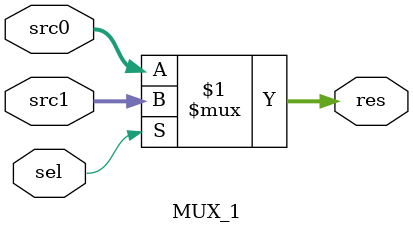
<source format=v>
module MUX_1
(
    input sel,
    input [31:0] src0,
    input [31:0] src1,
    output [31:0] res
);
assign res = sel ? src1 : src0;

endmodule
</source>
